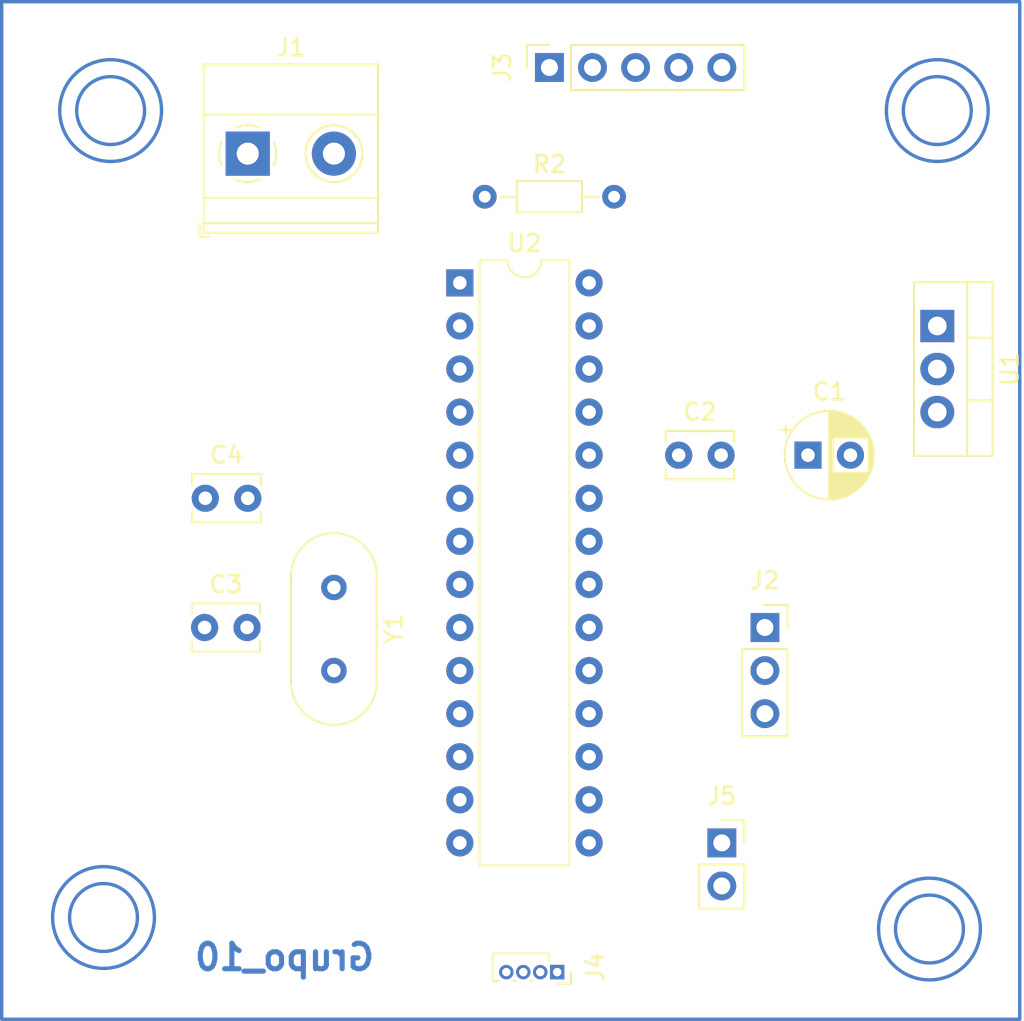
<source format=kicad_pcb>
(kicad_pcb (version 20221018) (generator pcbnew)
  (layers (0 "F.Cu" signal) (31 "B.Cu" signal) (34 "B.Paste" user) (35 "F.Paste" user) (36 "B.SilkS" user "B.Silkscreen") (37 "F.SilkS" user "F.Silkscreen") (38 "B.Mask" user) (39 "F.Mask" user) (44 "Edge.Cuts" user))
  (net 0 "")
  (net 1 "GND")
  (net 2 "+12V")
  (net 3 "VDD")
  (net 4 "Net-(U2-CLKOUT{slash}OSC2{slash}RA6)")
  (net 5 "Net-(U2-CLKIN{slash}OSC1{slash}RA7)")
  (net 6 "rx")
  (net 7 "tx")
  (net 8 "mclr")
  (net 9 "ICSPDAT")
  (net 10 "ICSPCLK")
  (net 12 "SS")
  (net 13 "dataOUT")
  (net 14 "clk")
  (net 22 "Net-(J5-Pin_1)")
  (net 23 "Net-(J5-Pin_2)")
  (footprint "Resistor_THT:R_Axial_DIN0204_L3.6mm_D1.6mm_P7.62mm_Horizontal" (layer "F.Cu") (at 77.47 63.5)
    (fp_text reference "R2" (at 3.81 -1.92) (layer "F.SilkS"))
    (fp_text value "5K")
    (fp_line (start 0.94 0) (end 1.89 0) (stroke (width 0.12)) (layer "F.SilkS"))
    (fp_line (start 1.89 -0.92) (end 1.89 0.92) (stroke (width 0.12)) (layer "F.SilkS"))
    (fp_line (start 1.89 0.92) (end 5.73 0.92) (stroke (width 0.12)) (layer "F.SilkS"))
    (fp_line (start 5.73 -0.92) (end 1.89 -0.92) (stroke (width 0.12)) (layer "F.SilkS"))
    (fp_line (start 5.73 0.92) (end 5.73 -0.92) (stroke (width 0.12)) (layer "F.SilkS"))
    (fp_line (start 6.68 0) (end 5.73 0) (stroke (width 0.12)) (layer "F.SilkS"))
    (pad "1" thru_hole circle (at 0 0) (size 1.4 1.4) (drill 0.7) (layers "*.Cu" "*.Mask") (net 8 "mclr"))
    (pad "2" thru_hole oval (at 7.62 0) (size 1.4 1.4) (drill 0.7) (layers "*.Cu" "*.Mask") (net 3 "VDD"))
  )
  (footprint "Capacitor_THT:C_Disc_D3.8mm_W2.6mm_P2.50mm" (layer "F.Cu") (at 61 81.28)
    (fp_text reference "C4" (at 1.25 -2.55) (layer "F.SilkS"))
    (fp_text value "22pF")
    (fp_line (start -0.77 -1.42) (end -0.77 -0.795) (stroke (width 0.12)) (layer "F.SilkS"))
    (fp_line (start -0.77 -1.42) (end 3.27 -1.42) (stroke (width 0.12)) (layer "F.SilkS"))
    (fp_line (start -0.77 0.795) (end -0.77 1.42) (stroke (width 0.12)) (layer "F.SilkS"))
    (fp_line (start -0.77 1.42) (end 3.27 1.42) (stroke (width 0.12)) (layer "F.SilkS"))
    (fp_line (start 3.27 -1.42) (end 3.27 -0.795) (stroke (width 0.12)) (layer "F.SilkS"))
    (fp_line (start 3.27 0.795) (end 3.27 1.42) (stroke (width 0.12)) (layer "F.SilkS"))
    (pad "1" thru_hole circle (at 0 0) (size 1.6 1.6) (drill 0.8) (layers "*.Cu" "*.Mask") (net 5 "Net-(U2-CLKIN{slash}OSC1{slash}RA7)"))
    (pad "2" thru_hole circle (at 2.5 0) (size 1.6 1.6) (drill 0.8) (layers "*.Cu" "*.Mask") (net 1 "GND"))
  )
  (footprint "Package_DIP:DIP-28_W7.62mm" (layer "F.Cu") (at 76 68.58)
    (fp_text reference "U2" (at 3.81 -2.33) (layer "F.SilkS"))
    (fp_text value "PIC16F886-IP")
    (fp_line (start 1.16 -1.33) (end 1.16 34.35) (stroke (width 0.12)) (layer "F.SilkS"))
    (fp_line (start 1.16 34.35) (end 6.46 34.35) (stroke (width 0.12)) (layer "F.SilkS"))
    (fp_line (start 2.81 -1.33) (end 1.16 -1.33) (stroke (width 0.12)) (layer "F.SilkS"))
    (fp_line (start 6.46 -1.33) (end 4.81 -1.33) (stroke (width 0.12)) (layer "F.SilkS"))
    (fp_line (start 6.46 34.35) (end 6.46 -1.33) (stroke (width 0.12)) (layer "F.SilkS"))
    (fp_arc (start 4.81 -1.33) (mid 3.81 -0.33) (end 2.81 -1.33) (stroke (width 0.12)) (layer "F.SilkS"))
    (pad "1" thru_hole rect (at 0 0) (size 1.6 1.6) (drill 0.8) (layers "*.Cu" "*.Mask") (net 8 "mclr"))
    (pad "2" thru_hole oval (at 0 2.54) (size 1.6 1.6) (drill 0.8) (layers "*.Cu" "*.Mask"))
    (pad "3" thru_hole oval (at 0 5.08) (size 1.6 1.6) (drill 0.8) (layers "*.Cu" "*.Mask"))
    (pad "4" thru_hole oval (at 0 7.62) (size 1.6 1.6) (drill 0.8) (layers "*.Cu" "*.Mask"))
    (pad "5" thru_hole oval (at 0 10.16) (size 1.6 1.6) (drill 0.8) (layers "*.Cu" "*.Mask"))
    (pad "6" thru_hole oval (at 0 12.7) (size 1.6 1.6) (drill 0.8) (layers "*.Cu" "*.Mask"))
    (pad "7" thru_hole oval (at 0 15.24) (size 1.6 1.6) (drill 0.8) (layers "*.Cu" "*.Mask") (net 12 "SS"))
    (pad "8" thru_hole oval (at 0 17.78) (size 1.6 1.6) (drill 0.8) (layers "*.Cu" "*.Mask") (net 1 "GND"))
    (pad "9" thru_hole oval (at 0 20.32) (size 1.6 1.6) (drill 0.8) (layers "*.Cu" "*.Mask") (net 5 "Net-(U2-CLKIN{slash}OSC1{slash}RA7)"))
    (pad "10" thru_hole oval (at 0 22.86) (size 1.6 1.6) (drill 0.8) (layers "*.Cu" "*.Mask") (net 4 "Net-(U2-CLKOUT{slash}OSC2{slash}RA6)"))
    (pad "11" thru_hole oval (at 0 25.4) (size 1.6 1.6) (drill 0.8) (layers "*.Cu" "*.Mask") (net 14 "clk"))
    (pad "12" thru_hole oval (at 0 27.94) (size 1.6 1.6) (drill 0.8) (layers "*.Cu" "*.Mask"))
    (pad "13" thru_hole oval (at 0 30.48) (size 1.6 1.6) (drill 0.8) (layers "*.Cu" "*.Mask"))
    (pad "14" thru_hole oval (at 0 33.02) (size 1.6 1.6) (drill 0.8) (layers "*.Cu" "*.Mask") (net 23 "Net-(J5-Pin_2)"))
    (pad "15" thru_hole oval (at 7.62 33.02) (size 1.6 1.6) (drill 0.8) (layers "*.Cu" "*.Mask") (net 22 "Net-(J5-Pin_1)"))
    (pad "16" thru_hole oval (at 7.62 30.48) (size 1.6 1.6) (drill 0.8) (layers "*.Cu" "*.Mask") (net 13 "dataOUT"))
    (pad "17" thru_hole oval (at 7.62 27.94) (size 1.6 1.6) (drill 0.8) (layers "*.Cu" "*.Mask") (net 7 "tx"))
    (pad "18" thru_hole oval (at 7.62 25.4) (size 1.6 1.6) (drill 0.8) (layers "*.Cu" "*.Mask") (net 6 "rx"))
    (pad "19" thru_hole oval (at 7.62 22.86) (size 1.6 1.6) (drill 0.8) (layers "*.Cu" "*.Mask") (net 1 "GND"))
    (pad "20" thru_hole oval (at 7.62 20.32) (size 1.6 1.6) (drill 0.8) (layers "*.Cu" "*.Mask") (net 3 "VDD"))
    (pad "21" thru_hole oval (at 7.62 17.78) (size 1.6 1.6) (drill 0.8) (layers "*.Cu" "*.Mask"))
    (pad "22" thru_hole oval (at 7.62 15.24) (size 1.6 1.6) (drill 0.8) (layers "*.Cu" "*.Mask"))
    (pad "23" thru_hole oval (at 7.62 12.7) (size 1.6 1.6) (drill 0.8) (layers "*.Cu" "*.Mask"))
    (pad "24" thru_hole oval (at 7.62 10.16) (size 1.6 1.6) (drill 0.8) (layers "*.Cu" "*.Mask"))
    (pad "25" thru_hole oval (at 7.62 7.62) (size 1.6 1.6) (drill 0.8) (layers "*.Cu" "*.Mask"))
    (pad "26" thru_hole oval (at 7.62 5.08) (size 1.6 1.6) (drill 0.8) (layers "*.Cu" "*.Mask"))
    (pad "27" thru_hole oval (at 7.62 2.54) (size 1.6 1.6) (drill 0.8) (layers "*.Cu" "*.Mask") (net 10 "ICSPCLK"))
    (pad "28" thru_hole oval (at 7.62 0) (size 1.6 1.6) (drill 0.8) (layers "*.Cu" "*.Mask") (net 9 "ICSPDAT"))
  )
  (footprint "Capacitor_THT:C_Disc_D3.8mm_W2.6mm_P2.50mm" (layer "F.Cu") (at 60.96 88.9)
    (fp_text reference "C3" (at 1.25 -2.55) (layer "F.SilkS"))
    (fp_text value "22pF")
    (fp_line (start -0.77 -1.42) (end -0.77 -0.795) (stroke (width 0.12)) (layer "F.SilkS"))
    (fp_line (start -0.77 -1.42) (end 3.27 -1.42) (stroke (width 0.12)) (layer "F.SilkS"))
    (fp_line (start -0.77 0.795) (end -0.77 1.42) (stroke (width 0.12)) (layer "F.SilkS"))
    (fp_line (start -0.77 1.42) (end 3.27 1.42) (stroke (width 0.12)) (layer "F.SilkS"))
    (fp_line (start 3.27 -1.42) (end 3.27 -0.795) (stroke (width 0.12)) (layer "F.SilkS"))
    (fp_line (start 3.27 0.795) (end 3.27 1.42) (stroke (width 0.12)) (layer "F.SilkS"))
    (pad "1" thru_hole circle (at 0 0) (size 1.6 1.6) (drill 0.8) (layers "*.Cu" "*.Mask") (net 4 "Net-(U2-CLKOUT{slash}OSC2{slash}RA6)"))
    (pad "2" thru_hole circle (at 2.5 0) (size 1.6 1.6) (drill 0.8) (layers "*.Cu" "*.Mask") (net 1 "GND"))
  )
  (footprint "TerminalBlock_Phoenix:TerminalBlock_Phoenix_MKDS-1,5-2-5.08_1x02_P5.08mm_Horizontal" (layer "F.Cu") (at 63.5 60.96)
    (fp_text reference "J1" (at 2.54 -6.26) (layer "F.SilkS"))
    (fp_text value "Screw_Terminal_01x02")
    (fp_line (start -2.84 4.16) (end -2.84 4.9) (stroke (width 0.12)) (layer "F.SilkS"))
    (fp_line (start -2.84 4.9) (end -2.34 4.9) (stroke (width 0.12)) (layer "F.SilkS"))
    (fp_line (start -2.6 -5.261) (end -2.6 4.66) (stroke (width 0.12)) (layer "F.SilkS"))
    (fp_line (start -2.6 -5.261) (end 7.68 -5.261) (stroke (width 0.12)) (layer "F.SilkS"))
    (fp_line (start -2.6 -2.301) (end 7.68 -2.301) (stroke (width 0.12)) (layer "F.SilkS"))
    (fp_line (start -2.6 2.6) (end 7.68 2.6) (stroke (width 0.12)) (layer "F.SilkS"))
    (fp_line (start -2.6 4.1) (end 7.68 4.1) (stroke (width 0.12)) (layer "F.SilkS"))
    (fp_line (start -2.6 4.66) (end 7.68 4.66) (stroke (width 0.12)) (layer "F.SilkS"))
    (fp_line (start 3.853 1.023) (end 3.806 1.069) (stroke (width 0.12)) (layer "F.SilkS"))
    (fp_line (start 4.046 1.239) (end 4.011 1.274) (stroke (width 0.12)) (layer "F.SilkS"))
    (fp_line (start 6.15 -1.275) (end 6.115 -1.239) (stroke (width 0.12)) (layer "F.SilkS"))
    (fp_line (start 6.355 -1.069) (end 6.308 -1.023) (stroke (width 0.12)) (layer "F.SilkS"))
    (fp_line (start 7.68 -5.261) (end 7.68 4.66) (stroke (width 0.12)) (layer "F.SilkS"))
    (fp_arc (start -1.535427 0.683042) (mid -1.680501 -0.000524) (end -1.535 -0.684) (stroke (width 0.12)) (layer "F.SilkS"))
    (fp_arc (start -0.683042 -1.535427) (mid 0.000524 -1.680501) (end 0.684 -1.535) (stroke (width 0.12)) (layer "F.SilkS"))
    (fp_arc (start 0.028805 1.680253) (mid -0.335551 1.646659) (end -0.684 1.535) (stroke (width 0.12)) (layer "F.SilkS"))
    (fp_arc (start 0.683318 1.534756) (mid 0.349292 1.643288) (end 0 1.68) (stroke (width 0.12)) (layer "F.SilkS"))
    (fp_arc (start 1.535427 -0.683042) (mid 1.680501 0.000524) (end 1.535 0.684) (stroke (width 0.12)) (layer "F.SilkS"))
    (fp_circle (center 5.08 0) (end 6.76 0) (stroke (width 0.12)) (fill none) (layer "F.SilkS"))
    (pad "1" thru_hole rect (at 0 0) (size 2.6 2.6) (drill 1.3) (layers "*.Cu" "*.Mask") (net 1 "GND"))
    (pad "2" thru_hole circle (at 5.08 0) (size 2.6 2.6) (drill 1.3) (layers "*.Cu" "*.Mask") (net 2 "+12V"))
  )
  (footprint "Crystal:Crystal_HC18-U_Vertical" (layer "F.Cu") (at 68.58 86.54 -90)
    (fp_text reference "Y1" (at 2.45 -3.525 90) (layer "F.SilkS"))
    (fp_text value "2MHz")
    (fp_line (start -0.675 -2.525) (end 5.575 -2.525) (stroke (width 0.12)) (layer "F.SilkS"))
    (fp_line (start -0.675 2.525) (end 5.575 2.525) (stroke (width 0.12)) (layer "F.SilkS"))
    (fp_arc (start -0.675 2.525) (mid -3.2 0) (end -0.675 -2.525) (stroke (width 0.12)) (layer "F.SilkS"))
    (fp_arc (start 5.575 -2.525) (mid 8.1 0) (end 5.575 2.525) (stroke (width 0.12)) (layer "F.SilkS"))
    (pad "1" thru_hole circle (at 0 0 270) (size 1.5 1.5) (drill 0.8) (layers "*.Cu" "*.Mask") (net 5 "Net-(U2-CLKIN{slash}OSC1{slash}RA7)"))
    (pad "2" thru_hole circle (at 4.9 0 270) (size 1.5 1.5) (drill 0.8) (layers "*.Cu" "*.Mask") (net 4 "Net-(U2-CLKOUT{slash}OSC2{slash}RA6)"))
  )
  (footprint "Package_TO_SOT_THT:TO-220-3_Vertical" (layer "F.Cu") (at 104.14 71.12 -90)
    (fp_text reference "U1" (at 2.54 -4.27 90) (layer "F.SilkS"))
    (fp_text value "L7805")
    (fp_line (start -2.58 -3.27) (end -2.58 1.371) (stroke (width 0.12)) (layer "F.SilkS"))
    (fp_line (start -2.58 -3.27) (end 7.66 -3.27) (stroke (width 0.12)) (layer "F.SilkS"))
    (fp_line (start -2.58 -1.76) (end 7.66 -1.76) (stroke (width 0.12)) (layer "F.SilkS"))
    (fp_line (start -2.58 1.371) (end 7.66 1.371) (stroke (width 0.12)) (layer "F.SilkS"))
    (fp_line (start 0.69 -3.27) (end 0.69 -1.76) (stroke (width 0.12)) (layer "F.SilkS"))
    (fp_line (start 4.391 -3.27) (end 4.391 -1.76) (stroke (width 0.12)) (layer "F.SilkS"))
    (fp_line (start 7.66 -3.27) (end 7.66 1.371) (stroke (width 0.12)) (layer "F.SilkS"))
    (pad "1" thru_hole rect (at 0 0 270) (size 1.905 2) (drill 1.1) (layers "*.Cu" "*.Mask") (net 2 "+12V"))
    (pad "2" thru_hole oval (at 2.54 0 270) (size 1.905 2) (drill 1.1) (layers "*.Cu" "*.Mask") (net 1 "GND"))
    (pad "3" thru_hole oval (at 5.08 0 270) (size 1.905 2) (drill 1.1) (layers "*.Cu" "*.Mask") (net 3 "VDD"))
  )
  (footprint "Capacitor_THT:C_Disc_D3.8mm_W2.6mm_P2.50mm" (layer "F.Cu") (at 88.9 78.74)
    (fp_text reference "C2" (at 1.25 -2.55) (layer "F.SilkS"))
    (fp_text value "0.1uF")
    (fp_line (start -0.77 -1.42) (end -0.77 -0.795) (stroke (width 0.12)) (layer "F.SilkS"))
    (fp_line (start -0.77 -1.42) (end 3.27 -1.42) (stroke (width 0.12)) (layer "F.SilkS"))
    (fp_line (start -0.77 0.795) (end -0.77 1.42) (stroke (width 0.12)) (layer "F.SilkS"))
    (fp_line (start -0.77 1.42) (end 3.27 1.42) (stroke (width 0.12)) (layer "F.SilkS"))
    (fp_line (start 3.27 -1.42) (end 3.27 -0.795) (stroke (width 0.12)) (layer "F.SilkS"))
    (fp_line (start 3.27 0.795) (end 3.27 1.42) (stroke (width 0.12)) (layer "F.SilkS"))
    (pad "1" thru_hole circle (at 0 0) (size 1.6 1.6) (drill 0.8) (layers "*.Cu" "*.Mask") (net 1 "GND"))
    (pad "2" thru_hole circle (at 2.5 0) (size 1.6 1.6) (drill 0.8) (layers "*.Cu" "*.Mask") (net 3 "VDD"))
  )
  (footprint "Connector_PinSocket_1.00mm:PinSocket_1x04_P1.00mm_Vertical" (layer "F.Cu") (at 81.74 109.22 -90)
    (fp_text reference "J4" (at -0.29 -2.25 90) (layer "F.SilkS"))
    (fp_text value "SPI")
    (fp_line (start -1.1 0.5) (end -1.1 3.81) (stroke (width 0.12)) (layer "F.SilkS"))
    (fp_line (start -1.1 0.5) (end -0.685 0.5) (stroke (width 0.12)) (layer "F.SilkS"))
    (fp_line (start -1.1 3.81) (end 0.52 3.81) (stroke (width 0.12)) (layer "F.SilkS"))
    (fp_line (start 0 -0.81) (end 0.685 -0.81) (stroke (width 0.12)) (layer "F.SilkS"))
    (fp_line (start 0.52 1.445898) (end 0.52 1.554102) (stroke (width 0.12)) (layer "F.SilkS"))
    (fp_line (start 0.52 2.445898) (end 0.52 2.554102) (stroke (width 0.12)) (layer "F.SilkS"))
    (fp_line (start 0.52 3.445898) (end 0.52 3.81) (stroke (width 0.12)) (layer "F.SilkS"))
    (fp_line (start 0.685 -0.81) (end 0.685 0) (stroke (width 0.12)) (layer "F.SilkS"))
    (pad "1" thru_hole rect (at 0 0 270) (size 0.85 0.85) (drill 0.5) (layers "*.Cu" "*.Mask"))
    (pad "2" thru_hole oval (at 0 1 270) (size 0.85 0.85) (drill 0.5) (layers "*.Cu" "*.Mask") (net 12 "SS"))
    (pad "3" thru_hole oval (at 0 2 270) (size 0.85 0.85) (drill 0.5) (layers "*.Cu" "*.Mask") (net 13 "dataOUT"))
    (pad "4" thru_hole oval (at 0 3 270) (size 0.85 0.85) (drill 0.5) (layers "*.Cu" "*.Mask") (net 14 "clk"))
  )
  (footprint "Connector_PinSocket_2.54mm:PinSocket_1x05_P2.54mm_Vertical" (layer "F.Cu") (at 81.28 55.88 90)
    (fp_text reference "J3" (at 0 -2.77 90) (layer "F.SilkS"))
    (fp_text value "PIC_KIT")
    (fp_line (start -1.33 1.27) (end -1.33 11.49) (stroke (width 0.12)) (layer "F.SilkS"))
    (fp_line (start -1.33 1.27) (end 1.33 1.27) (stroke (width 0.12)) (layer "F.SilkS"))
    (fp_line (start -1.33 11.49) (end 1.33 11.49) (stroke (width 0.12)) (layer "F.SilkS"))
    (fp_line (start 0 -1.33) (end 1.33 -1.33) (stroke (width 0.12)) (layer "F.SilkS"))
    (fp_line (start 1.33 -1.33) (end 1.33 0) (stroke (width 0.12)) (layer "F.SilkS"))
    (fp_line (start 1.33 1.27) (end 1.33 11.49) (stroke (width 0.12)) (layer "F.SilkS"))
    (pad "1" thru_hole rect (at 0 0 90) (size 1.7 1.7) (drill 1) (layers "*.Cu" "*.Mask") (net 8 "mclr"))
    (pad "2" thru_hole oval (at 0 2.54 90) (size 1.7 1.7) (drill 1) (layers "*.Cu" "*.Mask") (net 3 "VDD"))
    (pad "3" thru_hole oval (at 0 5.08 90) (size 1.7 1.7) (drill 1) (layers "*.Cu" "*.Mask") (net 1 "GND"))
    (pad "4" thru_hole oval (at 0 7.62 90) (size 1.7 1.7) (drill 1) (layers "*.Cu" "*.Mask") (net 10 "ICSPCLK"))
    (pad "5" thru_hole oval (at 0 10.16 90) (size 1.7 1.7) (drill 1) (layers "*.Cu" "*.Mask") (net 9 "ICSPDAT"))
  )
  (footprint "Capacitor_THT:CP_Radial_D5.0mm_P2.50mm" (layer "F.Cu") (at 96.52 78.74)
    (fp_text reference "C1" (at 1.25 -3.75) (layer "F.SilkS"))
    (fp_text value "0.33uF")
    (fp_line (start -1.554775 -1.475) (end -1.054775 -1.475) (stroke (width 0.12)) (layer "F.SilkS"))
    (fp_line (start -1.304775 -1.725) (end -1.304775 -1.225) (stroke (width 0.12)) (layer "F.SilkS"))
    (fp_line (start 1.25 -2.58) (end 1.25 2.58) (stroke (width 0.12)) (layer "F.SilkS"))
    (fp_line (start 1.29 -2.58) (end 1.29 2.58) (stroke (width 0.12)) (layer "F.SilkS"))
    (fp_line (start 1.33 -2.579) (end 1.33 2.579) (stroke (width 0.12)) (layer "F.SilkS"))
    (fp_line (start 1.37 -2.578) (end 1.37 2.578) (stroke (width 0.12)) (layer "F.SilkS"))
    (fp_line (start 1.41 -2.576) (end 1.41 2.576) (stroke (width 0.12)) (layer "F.SilkS"))
    (fp_line (start 1.45 -2.573) (end 1.45 2.573) (stroke (width 0.12)) (layer "F.SilkS"))
    (fp_line (start 1.49 -2.569) (end 1.49 -1.04) (stroke (width 0.12)) (layer "F.SilkS"))
    (fp_line (start 1.49 1.04) (end 1.49 2.569) (stroke (width 0.12)) (layer "F.SilkS"))
    (fp_line (start 1.53 -2.565) (end 1.53 -1.04) (stroke (width 0.12)) (layer "F.SilkS"))
    (fp_line (start 1.53 1.04) (end 1.53 2.565) (stroke (width 0.12)) (layer "F.SilkS"))
    (fp_line (start 1.57 -2.561) (end 1.57 -1.04) (stroke (width 0.12)) (layer "F.SilkS"))
    (fp_line (start 1.57 1.04) (end 1.57 2.561) (stroke (width 0.12)) (layer "F.SilkS"))
    (fp_line (start 1.61 -2.556) (end 1.61 -1.04) (stroke (width 0.12)) (layer "F.SilkS"))
    (fp_line (start 1.61 1.04) (end 1.61 2.556) (stroke (width 0.12)) (layer "F.SilkS"))
    (fp_line (start 1.65 -2.55) (end 1.65 -1.04) (stroke (width 0.12)) (layer "F.SilkS"))
    (fp_line (start 1.65 1.04) (end 1.65 2.55) (stroke (width 0.12)) (layer "F.SilkS"))
    (fp_line (start 1.69 -2.543) (end 1.69 -1.04) (stroke (width 0.12)) (layer "F.SilkS"))
    (fp_line (start 1.69 1.04) (end 1.69 2.543) (stroke (width 0.12)) (layer "F.SilkS"))
    (fp_line (start 1.73 -2.536) (end 1.73 -1.04) (stroke (width 0.12)) (layer "F.SilkS"))
    (fp_line (start 1.73 1.04) (end 1.73 2.536) (stroke (width 0.12)) (layer "F.SilkS"))
    (fp_line (start 1.77 -2.528) (end 1.77 -1.04) (stroke (width 0.12)) (layer "F.SilkS"))
    (fp_line (start 1.77 1.04) (end 1.77 2.528) (stroke (width 0.12)) (layer "F.SilkS"))
    (fp_line (start 1.81 -2.52) (end 1.81 -1.04) (stroke (width 0.12)) (layer "F.SilkS"))
    (fp_line (start 1.81 1.04) (end 1.81 2.52) (stroke (width 0.12)) (layer "F.SilkS"))
    (fp_line (start 1.85 -2.511) (end 1.85 -1.04) (stroke (width 0.12)) (layer "F.SilkS"))
    (fp_line (start 1.85 1.04) (end 1.85 2.511) (stroke (width 0.12)) (layer "F.SilkS"))
    (fp_line (start 1.89 -2.501) (end 1.89 -1.04) (stroke (width 0.12)) (layer "F.SilkS"))
    (fp_line (start 1.89 1.04) (end 1.89 2.501) (stroke (width 0.12)) (layer "F.SilkS"))
    (fp_line (start 1.93 -2.491) (end 1.93 -1.04) (stroke (width 0.12)) (layer "F.SilkS"))
    (fp_line (start 1.93 1.04) (end 1.93 2.491) (stroke (width 0.12)) (layer "F.SilkS"))
    (fp_line (start 1.971 -2.48) (end 1.971 -1.04) (stroke (width 0.12)) (layer "F.SilkS"))
    (fp_line (start 1.971 1.04) (end 1.971 2.48) (stroke (width 0.12)) (layer "F.SilkS"))
    (fp_line (start 2.011 -2.468) (end 2.011 -1.04) (stroke (width 0.12)) (layer "F.SilkS"))
    (fp_line (start 2.011 1.04) (end 2.011 2.468) (stroke (width 0.12)) (layer "F.SilkS"))
    (fp_line (start 2.051 -2.455) (end 2.051 -1.04) (stroke (width 0.12)) (layer "F.SilkS"))
    (fp_line (start 2.051 1.04) (end 2.051 2.455) (stroke (width 0.12)) (layer "F.SilkS"))
    (fp_line (start 2.091 -2.442) (end 2.091 -1.04) (stroke (width 0.12)) (layer "F.SilkS"))
    (fp_line (start 2.091 1.04) (end 2.091 2.442) (stroke (width 0.12)) (layer "F.SilkS"))
    (fp_line (start 2.131 -2.428) (end 2.131 -1.04) (stroke (width 0.12)) (layer "F.SilkS"))
    (fp_line (start 2.131 1.04) (end 2.131 2.428) (stroke (width 0.12)) (layer "F.SilkS"))
    (fp_line (start 2.171 -2.414) (end 2.171 -1.04) (stroke (width 0.12)) (layer "F.SilkS"))
    (fp_line (start 2.171 1.04) (end 2.171 2.414) (stroke (width 0.12)) (layer "F.SilkS"))
    (fp_line (start 2.211 -2.398) (end 2.211 -1.04) (stroke (width 0.12)) (layer "F.SilkS"))
    (fp_line (start 2.211 1.04) (end 2.211 2.398) (stroke (width 0.12)) (layer "F.SilkS"))
    (fp_line (start 2.251 -2.382) (end 2.251 -1.04) (stroke (width 0.12)) (layer "F.SilkS"))
    (fp_line (start 2.251 1.04) (end 2.251 2.382) (stroke (width 0.12)) (layer "F.SilkS"))
    (fp_line (start 2.291 -2.365) (end 2.291 -1.04) (stroke (width 0.12)) (layer "F.SilkS"))
    (fp_line (start 2.291 1.04) (end 2.291 2.365) (stroke (width 0.12)) (layer "F.SilkS"))
    (fp_line (start 2.331 -2.348) (end 2.331 -1.04) (stroke (width 0.12)) (layer "F.SilkS"))
    (fp_line (start 2.331 1.04) (end 2.331 2.348) (stroke (width 0.12)) (layer "F.SilkS"))
    (fp_line (start 2.371 -2.329) (end 2.371 -1.04) (stroke (width 0.12)) (layer "F.SilkS"))
    (fp_line (start 2.371 1.04) (end 2.371 2.329) (stroke (width 0.12)) (layer "F.SilkS"))
    (fp_line (start 2.411 -2.31) (end 2.411 -1.04) (stroke (width 0.12)) (layer "F.SilkS"))
    (fp_line (start 2.411 1.04) (end 2.411 2.31) (stroke (width 0.12)) (layer "F.SilkS"))
    (fp_line (start 2.451 -2.29) (end 2.451 -1.04) (stroke (width 0.12)) (layer "F.SilkS"))
    (fp_line (start 2.451 1.04) (end 2.451 2.29) (stroke (width 0.12)) (layer "F.SilkS"))
    (fp_line (start 2.491 -2.268) (end 2.491 -1.04) (stroke (width 0.12)) (layer "F.SilkS"))
    (fp_line (start 2.491 1.04) (end 2.491 2.268) (stroke (width 0.12)) (layer "F.SilkS"))
    (fp_line (start 2.531 -2.247) (end 2.531 -1.04) (stroke (width 0.12)) (layer "F.SilkS"))
    (fp_line (start 2.531 1.04) (end 2.531 2.247) (stroke (width 0.12)) (layer "F.SilkS"))
    (fp_line (start 2.571 -2.224) (end 2.571 -1.04) (stroke (width 0.12)) (layer "F.SilkS"))
    (fp_line (start 2.571 1.04) (end 2.571 2.224) (stroke (width 0.12)) (layer "F.SilkS"))
    (fp_line (start 2.611 -2.2) (end 2.611 -1.04) (stroke (width 0.12)) (layer "F.SilkS"))
    (fp_line (start 2.611 1.04) (end 2.611 2.2) (stroke (width 0.12)) (layer "F.SilkS"))
    (fp_line (start 2.651 -2.175) (end 2.651 -1.04) (stroke (width 0.12)) (layer "F.SilkS"))
    (fp_line (start 2.651 1.04) (end 2.651 2.175) (stroke (width 0.12)) (layer "F.SilkS"))
    (fp_line (start 2.691 -2.149) (end 2.691 -1.04) (stroke (width 0.12)) (layer "F.SilkS"))
    (fp_line (start 2.691 1.04) (end 2.691 2.149) (stroke (width 0.12)) (layer "F.SilkS"))
    (fp_line (start 2.731 -2.122) (end 2.731 -1.04) (stroke (width 0.12)) (layer "F.SilkS"))
    (fp_line (start 2.731 1.04) (end 2.731 2.122) (stroke (width 0.12)) (layer "F.SilkS"))
    (fp_line (start 2.771 -2.095) (end 2.771 -1.04) (stroke (width 0.12)) (layer "F.SilkS"))
    (fp_line (start 2.771 1.04) (end 2.771 2.095) (stroke (width 0.12)) (layer "F.SilkS"))
    (fp_line (start 2.811 -2.065) (end 2.811 -1.04) (stroke (width 0.12)) (layer "F.SilkS"))
    (fp_line (start 2.811 1.04) (end 2.811 2.065) (stroke (width 0.12)) (layer "F.SilkS"))
    (fp_line (start 2.851 -2.035) (end 2.851 -1.04) (stroke (width 0.12)) (layer "F.SilkS"))
    (fp_line (start 2.851 1.04) (end 2.851 2.035) (stroke (width 0.12)) (layer "F.SilkS"))
    (fp_line (start 2.891 -2.004) (end 2.891 -1.04) (stroke (width 0.12)) (layer "F.SilkS"))
    (fp_line (start 2.891 1.04) (end 2.891 2.004) (stroke (width 0.12)) (layer "F.SilkS"))
    (fp_line (start 2.931 -1.971) (end 2.931 -1.04) (stroke (width 0.12)) (layer "F.SilkS"))
    (fp_line (start 2.931 1.04) (end 2.931 1.971) (stroke (width 0.12)) (layer "F.SilkS"))
    (fp_line (start 2.971 -1.937) (end 2.971 -1.04) (stroke (width 0.12)) (layer "F.SilkS"))
    (fp_line (start 2.971 1.04) (end 2.971 1.937) (stroke (width 0.12)) (layer "F.SilkS"))
    (fp_line (start 3.011 -1.901) (end 3.011 -1.04) (stroke (width 0.12)) (layer "F.SilkS"))
    (fp_line (start 3.011 1.04) (end 3.011 1.901) (stroke (width 0.12)) (layer "F.SilkS"))
    (fp_line (start 3.051 -1.864) (end 3.051 -1.04) (stroke (width 0.12)) (layer "F.SilkS"))
    (fp_line (start 3.051 1.04) (end 3.051 1.864) (stroke (width 0.12)) (layer "F.SilkS"))
    (fp_line (start 3.091 -1.826) (end 3.091 -1.04) (stroke (width 0.12)) (layer "F.SilkS"))
    (fp_line (start 3.091 1.04) (end 3.091 1.826) (stroke (width 0.12)) (layer "F.SilkS"))
    (fp_line (start 3.131 -1.785) (end 3.131 -1.04) (stroke (width 0.12)) (layer "F.SilkS"))
    (fp_line (start 3.131 1.04) (end 3.131 1.785) (stroke (width 0.12)) (layer "F.SilkS"))
    (fp_line (start 3.171 -1.743) (end 3.171 -1.04) (stroke (width 0.12)) (layer "F.SilkS"))
    (fp_line (start 3.171 1.04) (end 3.171 1.743) (stroke (width 0.12)) (layer "F.SilkS"))
    (fp_line (start 3.211 -1.699) (end 3.211 -1.04) (stroke (width 0.12)) (layer "F.SilkS"))
    (fp_line (start 3.211 1.04) (end 3.211 1.699) (stroke (width 0.12)) (layer "F.SilkS"))
    (fp_line (start 3.251 -1.653) (end 3.251 -1.04) (stroke (width 0.12)) (layer "F.SilkS"))
    (fp_line (start 3.251 1.04) (end 3.251 1.653) (stroke (width 0.12)) (layer "F.SilkS"))
    (fp_line (start 3.291 -1.605) (end 3.291 -1.04) (stroke (width 0.12)) (layer "F.SilkS"))
    (fp_line (start 3.291 1.04) (end 3.291 1.605) (stroke (width 0.12)) (layer "F.SilkS"))
    (fp_line (start 3.331 -1.554) (end 3.331 -1.04) (stroke (width 0.12)) (layer "F.SilkS"))
    (fp_line (start 3.331 1.04) (end 3.331 1.554) (stroke (width 0.12)) (layer "F.SilkS"))
    (fp_line (start 3.371 -1.5) (end 3.371 -1.04) (stroke (width 0.12)) (layer "F.SilkS"))
    (fp_line (start 3.371 1.04) (end 3.371 1.5) (stroke (width 0.12)) (layer "F.SilkS"))
    (fp_line (start 3.411 -1.443) (end 3.411 -1.04) (stroke (width 0.12)) (layer "F.SilkS"))
    (fp_line (start 3.411 1.04) (end 3.411 1.443) (stroke (width 0.12)) (layer "F.SilkS"))
    (fp_line (start 3.451 -1.383) (end 3.451 -1.04) (stroke (width 0.12)) (layer "F.SilkS"))
    (fp_line (start 3.451 1.04) (end 3.451 1.383) (stroke (width 0.12)) (layer "F.SilkS"))
    (fp_line (start 3.491 -1.319) (end 3.491 -1.04) (stroke (width 0.12)) (layer "F.SilkS"))
    (fp_line (start 3.491 1.04) (end 3.491 1.319) (stroke (width 0.12)) (layer "F.SilkS"))
    (fp_line (start 3.531 -1.251) (end 3.531 -1.04) (stroke (width 0.12)) (layer "F.SilkS"))
    (fp_line (start 3.531 1.04) (end 3.531 1.251) (stroke (width 0.12)) (layer "F.SilkS"))
    (fp_line (start 3.571 -1.178) (end 3.571 1.178) (stroke (width 0.12)) (layer "F.SilkS"))
    (fp_line (start 3.611 -1.098) (end 3.611 1.098) (stroke (width 0.12)) (layer "F.SilkS"))
    (fp_line (start 3.651 -1.011) (end 3.651 1.011) (stroke (width 0.12)) (layer "F.SilkS"))
    (fp_line (start 3.691 -0.915) (end 3.691 0.915) (stroke (width 0.12)) (layer "F.SilkS"))
    (fp_line (start 3.731 -0.805) (end 3.731 0.805) (stroke (width 0.12)) (layer "F.SilkS"))
    (fp_line (start 3.771 -0.677) (end 3.771 0.677) (stroke (width 0.12)) (layer "F.SilkS"))
    (fp_line (start 3.811 -0.518) (end 3.811 0.518) (stroke (width 0.12)) (layer "F.SilkS"))
    (fp_line (start 3.851 -0.284) (end 3.851 0.284) (stroke (width 0.12)) (layer "F.SilkS"))
    (fp_circle (center 1.25 0) (end 3.87 0) (stroke (width 0.12)) (fill none) (layer "F.SilkS"))
    (pad "1" thru_hole rect (at 0 0) (size 1.6 1.6) (drill 0.8) (layers "*.Cu" "*.Mask") (net 1 "GND"))
    (pad "2" thru_hole circle (at 2.5 0) (size 1.6 1.6) (drill 0.8) (layers "*.Cu" "*.Mask") (net 2 "+12V"))
  )
  (footprint "Connector_PinSocket_2.54mm:PinSocket_1x03_P2.54mm_Vertical" (layer "F.Cu") (at 93.98 88.9)
    (fp_text reference "J2" (at 0 -2.77) (layer "F.SilkS"))
    (fp_text value "UART")
    (fp_line (start -1.33 1.27) (end -1.33 6.41) (stroke (width 0.12)) (layer "F.SilkS"))
    (fp_line (start -1.33 1.27) (end 1.33 1.27) (stroke (width 0.12)) (layer "F.SilkS"))
    (fp_line (start -1.33 6.41) (end 1.33 6.41) (stroke (width 0.12)) (layer "F.SilkS"))
    (fp_line (start 0 -1.33) (end 1.33 -1.33) (stroke (width 0.12)) (layer "F.SilkS"))
    (fp_line (start 1.33 -1.33) (end 1.33 0) (stroke (width 0.12)) (layer "F.SilkS"))
    (fp_line (start 1.33 1.27) (end 1.33 6.41) (stroke (width 0.12)) (layer "F.SilkS"))
    (pad "1" thru_hole rect (at 0 0) (size 1.7 1.7) (drill 1) (layers "*.Cu" "*.Mask") (net 1 "GND"))
    (pad "2" thru_hole oval (at 0 2.54) (size 1.7 1.7) (drill 1) (layers "*.Cu" "*.Mask") (net 6 "rx"))
    (pad "3" thru_hole oval (at 0 5.08) (size 1.7 1.7) (drill 1) (layers "*.Cu" "*.Mask") (net 7 "tx"))
  )
  (footprint "Connector_PinSocket_2.54mm:PinSocket_1x02_P2.54mm_Vertical" (layer "F.Cu") (at 91.44 101.6)
    (fp_text reference "J5" (at 0 -2.77) (layer "F.SilkS"))
    (fp_text value "I2C")
    (fp_line (start -1.33 1.27) (end -1.33 3.87) (stroke (width 0.12)) (layer "F.SilkS"))
    (fp_line (start -1.33 1.27) (end 1.33 1.27) (stroke (width 0.12)) (layer "F.SilkS"))
    (fp_line (start -1.33 3.87) (end 1.33 3.87) (stroke (width 0.12)) (layer "F.SilkS"))
    (fp_line (start 0 -1.33) (end 1.33 -1.33) (stroke (width 0.12)) (layer "F.SilkS"))
    (fp_line (start 1.33 -1.33) (end 1.33 0) (stroke (width 0.12)) (layer "F.SilkS"))
    (fp_line (start 1.33 1.27) (end 1.33 3.87) (stroke (width 0.12)) (layer "F.SilkS"))
    (pad "1" thru_hole rect (at 0 0) (size 1.7 1.7) (drill 1) (layers "*.Cu" "*.Mask") (net 22 "Net-(J5-Pin_1)"))
    (pad "2" thru_hole oval (at 0 2.54) (size 1.7 1.7) (drill 1) (layers "*.Cu" "*.Mask") (net 23 "Net-(J5-Pin_2)"))
  )
  (gr_circle (center 55 106) (end 58 106) (stroke (width 0.2)) (fill none) (layer "B.Cu"))
  (gr_circle (center 55.42 58.42) (end 58.42 58.42) (stroke (width 0.2)) (fill none) (layer "B.Cu"))
  (gr_circle (center 103.68 106.68) (end 105.68 106.68) (stroke (width 0.2)) (fill none) (layer "B.Cu"))
  (gr_rect (start 49 52) (end 109 112) (stroke (width 0.2)) (fill none) (layer "B.Cu"))
  (gr_circle (center 55.42 58.42) (end 57.42 58.42) (stroke (width 0.2)) (fill none) (layer "B.Cu"))
  (gr_circle (center 104.14 58.42) (end 106.14 58.42) (stroke (width 0.2)) (fill none) (layer "B.Cu"))
  (gr_circle (center 103.68 106.68) (end 106.68 106.68) (stroke (width 0.2)) (fill none) (layer "B.Cu"))
  (gr_circle (center 104.14 58.42) (end 107.14 58.42) (stroke (width 0.2)) (fill none) (layer "B.Cu"))
  (gr_circle (center 55 106) (end 57 106) (stroke (width 0.2)) (fill none) (layer "B.Cu"))
  (gr_text "Grupo_10" (at 71.12 109.22) (layer "B.Cu") (effects (font (size 1.5 1.5) (thickness 0.3) bold) (justify left bottom mirror)))
)
</source>
